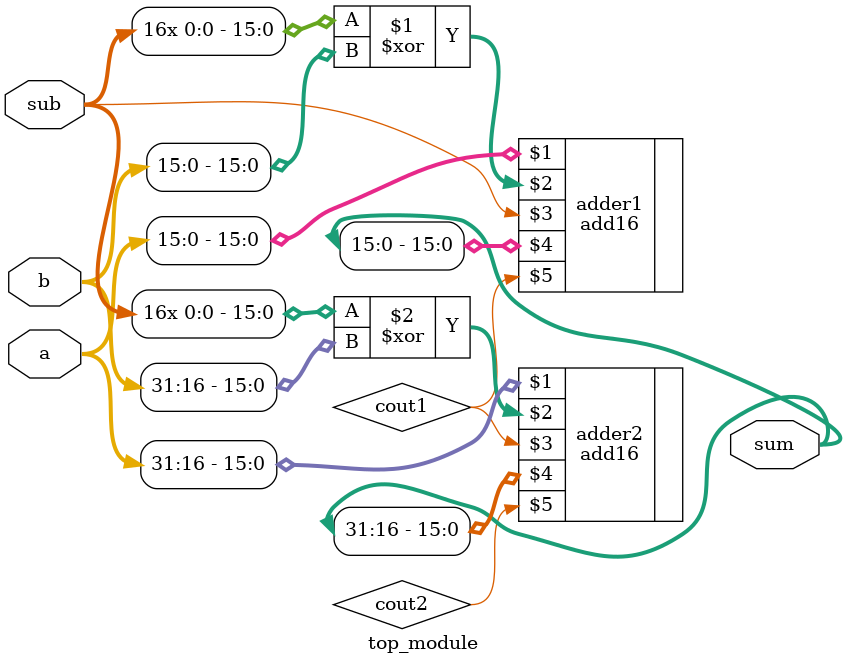
<source format=v>
module top_module(
    input [31:0] a,
    input [31:0] b,
    input sub,
    output [31:0] sum
);
    wire cout1,cout2;
    add16 adder1(a[15:0],{16{sub}}^b[15:0],sub,sum[15:0],cout1);
    add16 adder2(a[31:16],{16{sub}}^b[31:16],cout1,sum[31:16],cout2);
endmodule
</source>
